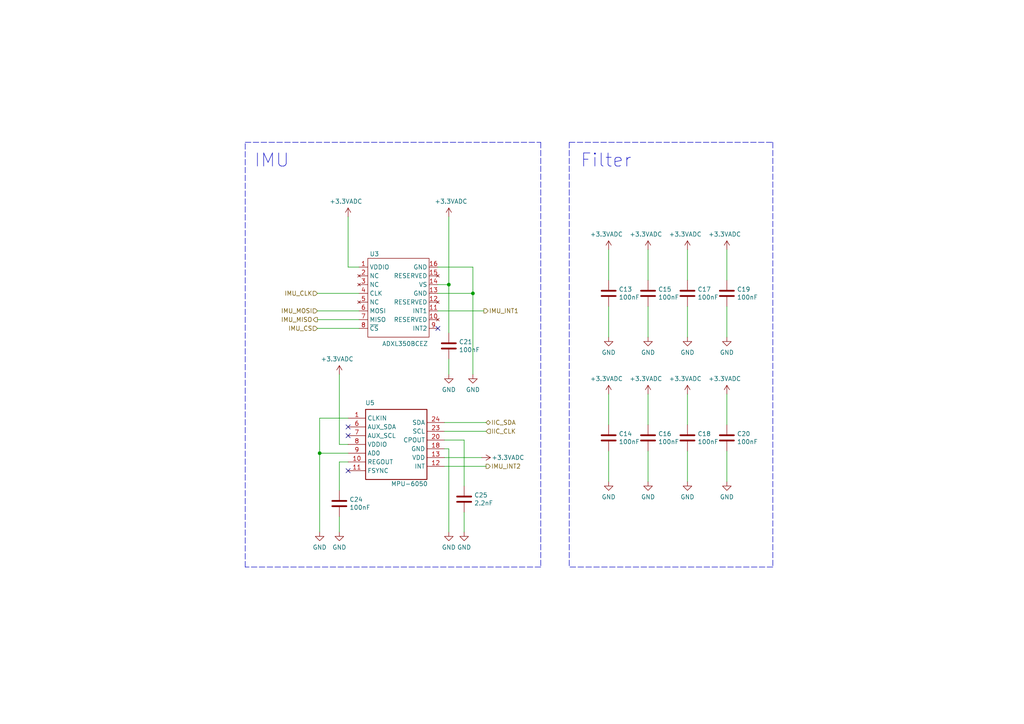
<source format=kicad_sch>
(kicad_sch (version 20211123) (generator eeschema)
  (paper "A4")
  (title_block (title "MM32 Control Board") (date "2022-04-17") (rev "1.5.3"))
  (lib_symbols
    (symbol "Device:C" (pin_numbers hide) (pin_names (offset 0.254))
      (property "Reference" "C" (at 0.635 2.54 0))
      (property "Value" "C" (at 0.635 -2.54 0))
      (symbol "C_0_1"
        (polyline (pts (xy -2.032 -0.762) (xy 2.032 -0.762)) (stroke (width 0.508)))
        (polyline (pts (xy -2.032 0.762) (xy 2.032 0.762)) (stroke (width 0.508)))
      )
      (symbol "C_1_1"
        (pin passive line (at 0 3.81 270) (length 2.794) (name "~") (number "1"))
        (pin passive line (at 0 -3.81 90) (length 2.794) (name "~") (number "2"))
      )
    )
    (symbol "MM32_Periph:ADXL350BCEZ"
      (property "Reference" "U" (at 1.27 24.13 0))
      (property "Value" "ADXL350BCEZ" (at 11.43 -1.27 0))
      (symbol "ADXL350BCEZ_0_1"
        (rectangle (start 0 22.86) (end 17.78 0))
      )
      (symbol "ADXL350BCEZ_1_1"
        (pin power_in line (at -2.54 20.32 0) (length 2.54) (name "VDDIO") (number "1"))
        (pin no_connect line (at 20.32 5.08 180) (length 2.54) (name "RESERVED") (number "10"))
        (pin output line (at 20.32 7.62 180) (length 2.54) (name "INT1") (number "11"))
        (pin no_connect line (at 20.32 10.16 180) (length 2.54) (name "RESERVED") (number "12"))
        (pin power_in line (at 20.32 12.7 180) (length 2.54) (name "GND") (number "13"))
        (pin power_in line (at 20.32 15.24 180) (length 2.54) (name "VS") (number "14"))
        (pin no_connect line (at 20.32 17.78 180) (length 2.54) (name "RESERVED") (number "15"))
        (pin power_in line (at 20.32 20.32 180) (length 2.54) (name "GND") (number "16"))
        (pin no_connect line (at -2.54 17.78 0) (length 2.54) (name "NC") (number "2"))
        (pin no_connect line (at -2.54 15.24 0) (length 2.54) (name "NC") (number "3"))
        (pin input line (at -2.54 12.7 0) (length 2.54) (name "CLK") (number "4"))
        (pin no_connect line (at -2.54 10.16 0) (length 2.54) (name "NC") (number "5"))
        (pin input line (at -2.54 7.62 0) (length 2.54) (name "MOSI") (number "6"))
        (pin output line (at -2.54 5.08 0) (length 2.54) (name "MISO") (number "7"))
        (pin input line (at -2.54 2.54 0) (length 2.54) (name "~{CS}") (number "8"))
        (pin output line (at 20.32 2.54 180) (length 2.54) (name "INT2") (number "9"))
      )
    )
    (symbol "Sensor_Motion:MPU-6050"
      (property "Reference" "U" (at 1.27 21.59 0))
      (property "Value" "MPU-6050" (at 15.24 -1.27 0))
      (symbol "MPU-6050_0_1"
        (rectangle (start 0 20.32) (end 17.78 0) (stroke (width 0.254)))
      )
      (symbol "MPU-6050_1_1"
        (pin input line (at -5.08 17.78 0) (length 5.08) (name "CLKIN") (number "1"))
        (pin passive line (at -5.08 5.08 0) (length 5.08) (name "REGOUT") (number "10"))
        (pin input line (at -5.08 2.54 0) (length 5.08) (name "FSYNC") (number "11"))
        (pin output line (at 22.86 3.81 180) (length 5.08) (name "INT") (number "12"))
        (pin power_in line (at 22.86 6.35 180) (length 5.08) (name "VDD") (number "13"))
        (pin power_in line (at 22.86 8.89 180) (length 5.08) (name "GND") (number "18"))
        (pin passive line (at 22.86 11.43 180) (length 5.08) (name "CPOUT") (number "20"))
        (pin input line (at 22.86 13.97 180) (length 5.08) (name "SCL") (number "23"))
        (pin bidirectional line (at 22.86 16.51 180) (length 5.08) (name "SDA") (number "24"))
        (pin bidirectional line (at -5.08 15.24 0) (length 5.08) (name "AUX_SDA") (number "6"))
        (pin output line (at -5.08 12.7 0) (length 5.08) (name "AUX_SCL") (number "7"))
        (pin power_in line (at -5.08 10.16 0) (length 5.08) (name "VDDIO") (number "8"))
        (pin input line (at -5.08 7.62 0) (length 5.08) (name "AD0") (number "9"))
      )
    )
    (symbol "power:+3.3VADC" (power) (pin_names (offset 0))
      (property "Value" "+3.3VADC" (at 0 2.54 0))
      (symbol "+3.3VADC_0_0"
        (pin power_in line (at 0 0 90) (length 0) hide (name "+3.3VADC") (number "1"))
      )
      (symbol "+3.3VADC_0_1"
        (polyline (pts (xy -0.762 1.27) (xy 0 2.54)))
        (polyline (pts (xy 0 0) (xy 0 2.54)))
        (polyline (pts (xy 0 2.54) (xy 0.762 1.27)))
      )
    )
    (symbol "power:GND" (power) (pin_names (offset 0))
      (property "Value" "GND" (at 0 -3.81 0))
      (symbol "GND_0_1"
        (polyline (pts (xy 0 0) (xy 0 -1.27) (xy 1.27 -1.27) (xy 0 -2.54) (xy -1.27 -1.27) (xy 0 -1.27)))
      )
      (symbol "GND_1_1"
        (pin power_in line (at 0 0 270) (length 0) hide (name "GND") (number "1"))
      )
    )
  )
  (junction (at 130.175 82.55))
  (junction (at 92.71 131.445))
  (junction (at 137.16 85.09))
  (no_connect (at 100.965 136.525))
  (no_connect (at 100.965 123.825))
  (no_connect (at 100.965 126.365))
  (no_connect (at 127 95.25))
  (wire (pts (xy 199.39 72.39) (xy 199.39 81.28)))
  (wire (pts (xy 100.965 77.47) (xy 104.14 77.47)))
  (wire (pts (xy 199.39 88.9) (xy 199.39 97.79)))
  (wire (pts (xy 176.53 88.9) (xy 176.53 97.79)))
  (wire (pts (xy 128.905 135.255) (xy 140.97 135.255)))
  (wire (pts (xy 210.82 114.3) (xy 210.82 123.19)))
  (wire (pts (xy 140.97 122.555) (xy 128.905 122.555)))
  (wire (pts (xy 134.62 148.59) (xy 134.62 154.305)))
  (wire (pts (xy 98.425 133.985) (xy 100.965 133.985)))
  (wire (pts (xy 127 90.17) (xy 140.335 90.17)))
  (wire (pts (xy 176.53 72.39) (xy 176.53 81.28)))
  (wire (pts (xy 92.075 90.17) (xy 104.14 90.17)))
  (wire (pts (xy 130.175 62.865) (xy 130.175 82.55)))
  (wire (pts (xy 98.425 142.24) (xy 98.425 133.985)))
  (wire (pts (xy 187.96 88.9) (xy 187.96 97.79)))
  (wire (pts (xy 187.96 130.81) (xy 187.96 139.7)))
  (wire (pts (xy 100.965 121.285) (xy 92.71 121.285)))
  (polyline (pts (xy 71.12 164.465) (xy 71.12 41.275)))
  (wire (pts (xy 128.905 132.715) (xy 139.7 132.715)))
  (wire (pts (xy 130.175 104.14) (xy 130.175 108.585)))
  (wire (pts (xy 130.175 130.175) (xy 130.175 154.305)))
  (polyline (pts (xy 224.155 41.275) (xy 224.155 164.465)))
  (wire (pts (xy 130.175 82.55) (xy 127 82.55)))
  (polyline (pts (xy 156.845 41.275) (xy 156.845 164.465)))
  (wire (pts (xy 187.96 114.3) (xy 187.96 123.19)))
  (wire (pts (xy 92.075 85.09) (xy 104.14 85.09)))
  (polyline (pts (xy 165.1 41.275) (xy 165.1 164.465)))
  (wire (pts (xy 140.97 125.095) (xy 128.905 125.095)))
  (polyline (pts (xy 165.1 41.275) (xy 224.155 41.275)))
  (wire (pts (xy 210.82 72.39) (xy 210.82 81.28)))
  (wire (pts (xy 98.425 128.905) (xy 100.965 128.905)))
  (polyline (pts (xy 156.845 164.465) (xy 71.12 164.465)))
  (wire (pts (xy 199.39 114.3) (xy 199.39 123.19)))
  (wire (pts (xy 137.16 85.09) (xy 137.16 108.585)))
  (wire (pts (xy 176.53 114.3) (xy 176.53 123.19)))
  (wire (pts (xy 92.71 121.285) (xy 92.71 131.445)))
  (wire (pts (xy 128.905 130.175) (xy 130.175 130.175)))
  (wire (pts (xy 92.075 95.25) (xy 104.14 95.25)))
  (polyline (pts (xy 224.155 164.465) (xy 165.1 164.465)))
  (wire (pts (xy 98.425 149.86) (xy 98.425 154.305)))
  (wire (pts (xy 100.965 62.865) (xy 100.965 77.47)))
  (wire (pts (xy 210.82 88.9) (xy 210.82 97.79)))
  (wire (pts (xy 176.53 130.81) (xy 176.53 139.7)))
  (wire (pts (xy 128.905 127.635) (xy 134.62 127.635)))
  (wire (pts (xy 127 77.47) (xy 137.16 77.47)))
  (wire (pts (xy 92.71 131.445) (xy 100.965 131.445)))
  (polyline (pts (xy 71.12 41.275) (xy 156.845 41.275)))
  (wire (pts (xy 127 85.09) (xy 137.16 85.09)))
  (wire (pts (xy 92.075 92.71) (xy 104.14 92.71)))
  (wire (pts (xy 137.16 77.47) (xy 137.16 85.09)))
  (wire (pts (xy 210.82 130.81) (xy 210.82 139.7)))
  (wire (pts (xy 134.62 127.635) (xy 134.62 140.97)))
  (wire (pts (xy 130.175 82.55) (xy 130.175 96.52)))
  (wire (pts (xy 199.39 130.81) (xy 199.39 139.7)))
  (wire (pts (xy 98.425 108.585) (xy 98.425 128.905)))
  (wire (pts (xy 187.96 72.39) (xy 187.96 81.28)))
  (wire (pts (xy 92.71 131.445) (xy 92.71 154.305)))
  (text "IMU" (at 73.66 48.895 0) (effects (font (size 3.81 3.81)) (justify left bottom)))
  (text "Filter" (at 168.275 48.895 0) (effects (font (size 3.81 3.81)) (justify left bottom)))
  (hierarchical_label "IMU_MISO" (shape output) (at 92.075 92.71 180))
  (hierarchical_label "IMU_INT2" (shape output) (at 140.97 135.255 0))
  (hierarchical_label "IIC_CLK" (shape input) (at 140.97 125.095 0))
  (hierarchical_label "IMU_CS" (shape input) (at 92.075 95.25 180))
  (hierarchical_label "IIC_SDA" (shape bidirectional) (at 140.97 122.555 0))
  (hierarchical_label "IMU_CLK" (shape input) (at 92.075 85.09 180))
  (hierarchical_label "IMU_MOSI" (shape input) (at 92.075 90.17 180))
  (hierarchical_label "IMU_INT1" (shape output) (at 140.335 90.17 0))
  (symbol (lib_id "Device:C") (at 176.53 127 0) (unit 1)
    (property "Reference" "C14" (at 179.451 125.8316 0) (effects (justify left)))
    (property "Value" "100nF" (at 179.451 128.143 0) (effects (justify left)))
    (property "Footprint" "ControlBoard:C_0603_1608Metric" (effects hide))
  )
  (symbol (lib_id "Device:C") (at 187.96 127 0) (unit 1)
    (property "Reference" "C16" (at 190.881 125.8316 0) (effects (justify left)))
    (property "Value" "100nF" (at 190.881 128.143 0) (effects (justify left)))
    (property "Footprint" "ControlBoard:C_0603_1608Metric" (effects hide))
  )
  (symbol (lib_id "Device:C") (at 199.39 127 0) (unit 1)
    (property "Reference" "C18" (at 202.311 125.8316 0) (effects (justify left)))
    (property "Value" "100nF" (at 202.311 128.143 0) (effects (justify left)))
    (property "Footprint" "ControlBoard:C_0603_1608Metric" (effects hide))
  )
  (symbol (lib_id "Device:C") (at 210.82 127 0) (unit 1)
    (property "Reference" "C20" (at 213.741 125.8316 0) (effects (justify left)))
    (property "Value" "100nF" (at 213.741 128.143 0) (effects (justify left)))
    (property "Footprint" "ControlBoard:C_0603_1608Metric" (effects hide))
  )
  (symbol (lib_id "Device:C") (at 176.53 85.09 0) (unit 1)
    (property "Reference" "C13" (at 179.451 83.9216 0) (effects (justify left)))
    (property "Value" "100nF" (at 179.451 86.233 0) (effects (justify left)))
    (property "Footprint" "ControlBoard:C_0603_1608Metric" (effects hide))
  )
  (symbol (lib_id "Device:C") (at 187.96 85.09 0) (unit 1)
    (property "Reference" "C15" (at 190.881 83.9216 0) (effects (justify left)))
    (property "Value" "100nF" (at 190.881 86.233 0) (effects (justify left)))
    (property "Footprint" "ControlBoard:C_0603_1608Metric" (effects hide))
  )
  (symbol (lib_id "Device:C") (at 199.39 85.09 0) (unit 1)
    (property "Reference" "C17" (at 202.311 83.9216 0) (effects (justify left)))
    (property "Value" "100nF" (at 202.311 86.233 0) (effects (justify left)))
    (property "Footprint" "ControlBoard:C_0603_1608Metric" (effects hide))
  )
  (symbol (lib_id "Device:C") (at 210.82 85.09 0) (unit 1)
    (property "Reference" "C19" (at 213.741 83.9216 0) (effects (justify left)))
    (property "Value" "100nF" (at 213.741 86.233 0) (effects (justify left)))
    (property "Footprint" "ControlBoard:C_0603_1608Metric" (effects hide))
  )
  (symbol (lib_id "power:+3.3VADC") (at 210.82 72.39 0) (unit 1)
    (property "Reference" "#PWR029" (effects hide))
    (property "Value" "+3.3VADC" (at 210.185 67.945 0))
  )
  (symbol (lib_id "power:+3.3VADC") (at 176.53 72.39 0) (unit 1)
    (property "Reference" "#PWR017" (effects hide))
    (property "Value" "+3.3VADC" (at 175.895 67.945 0))
  )
  (symbol (lib_id "power:+3.3VADC") (at 210.82 114.3 0) (unit 1)
    (property "Reference" "#PWR031" (effects hide))
    (property "Value" "+3.3VADC" (at 210.185 109.855 0))
  )
  (symbol (lib_id "power:GND") (at 130.175 108.585 0) (unit 1)
    (property "Reference" "#PWR0182" (effects hide))
    (property "Value" "GND" (at 130.175 113.03 0))
  )
  (symbol (lib_id "Device:C") (at 130.175 100.33 0) (unit 1)
    (property "Reference" "C21" (at 133.096 99.1616 0) (effects (justify left)))
    (property "Value" "100nF" (at 133.096 101.473 0) (effects (justify left)))
    (property "Footprint" "ControlBoard:C_0603_1608Metric" (effects hide))
  )
  (symbol (lib_id "power:GND") (at 199.39 97.79 0) (unit 1)
    (property "Reference" "#PWR0174" (effects hide))
    (property "Value" "GND" (at 199.39 102.235 0))
  )
  (symbol (lib_id "Device:C") (at 134.62 144.78 0) (unit 1)
    (property "Reference" "C25" (at 137.541 143.6116 0) (effects (justify left)))
    (property "Value" "2.2nF" (at 137.541 145.923 0) (effects (justify left)))
    (property "Footprint" "ControlBoard:C_0603_1608Metric" (effects hide))
  )
  (symbol (lib_id "power:+3.3VADC") (at 199.39 72.39 0) (unit 1)
    (property "Reference" "#PWR025" (effects hide))
    (property "Value" "+3.3VADC" (at 198.755 67.945 0))
  )
  (symbol (lib_id "Sensor_Motion:MPU-6050") (at 106.045 139.065 0) (unit 1)
    (property "Reference" "U5" (at 107.315 116.84 0))
    (property "Value" "MPU-6050" (at 118.745 140.335 0))
    (property "Footprint" "Sensor_Motion:InvenSense_QFN-24_4x4mm_P0.5mm" (effects hide))
    (property "Datasheet" "https://store.invensense.com/datasheets/invensense/MPU-6050_DataSheet_V3%204.pdf" (effects hide))
  )
  (symbol (lib_id "Device:C") (at 98.425 146.05 0) (unit 1)
    (property "Reference" "C24" (at 101.346 144.8816 0) (effects (justify left)))
    (property "Value" "100nF" (at 101.346 147.193 0) (effects (justify left)))
    (property "Footprint" "ControlBoard:C_0603_1608Metric" (effects hide))
  )
  (symbol (lib_id "power:GND") (at 137.16 108.585 0) (unit 1)
    (property "Reference" "#PWR0181" (effects hide))
    (property "Value" "GND" (at 137.16 113.03 0))
  )
  (symbol (lib_id "power:+3.3VADC") (at 187.96 114.3 0) (unit 1)
    (property "Reference" "#PWR023" (effects hide))
    (property "Value" "+3.3VADC" (at 187.325 109.855 0))
  )
  (symbol (lib_id "power:GND") (at 176.53 139.7 0) (unit 1)
    (property "Reference" "#PWR0163" (effects hide))
    (property "Value" "GND" (at 176.53 144.145 0))
  )
  (symbol (lib_id "power:GND") (at 210.82 97.79 0) (unit 1)
    (property "Reference" "#PWR0175" (effects hide))
    (property "Value" "GND" (at 210.82 102.235 0))
  )
  (symbol (lib_id "power:+3.3VADC") (at 100.965 62.865 0) (unit 1)
    (property "Reference" "#PWR0179" (effects hide))
    (property "Value" "+3.3VADC" (at 100.33 58.42 0))
  )
  (symbol (lib_id "power:GND") (at 176.53 97.79 0) (unit 1)
    (property "Reference" "#PWR0184" (effects hide))
    (property "Value" "GND" (at 176.53 102.235 0))
  )
  (symbol (lib_id "power:GND") (at 92.71 154.305 0) (unit 1)
    (property "Reference" "#PWR016" (effects hide))
    (property "Value" "GND" (at 92.71 158.75 0))
  )
  (symbol (lib_id "power:GND") (at 199.39 139.7 0) (unit 1)
    (property "Reference" "#PWR0160" (effects hide))
    (property "Value" "GND" (at 199.39 144.145 0))
  )
  (symbol (lib_id "MM32_Periph:ADXL350BCEZ") (at 106.68 97.79 0) (unit 1)
    (property "Reference" "U3" (at 108.585 73.66 0))
    (property "Value" "ADXL350BCEZ" (at 117.475 99.695 0))
    (property "Footprint" "ControlBoard:LGA-16-3.35mm_3.53mm" (effects hide))
  )
  (symbol (lib_id "power:GND") (at 210.82 139.7 0) (unit 1)
    (property "Reference" "#PWR0176" (effects hide))
    (property "Value" "GND" (at 210.82 144.145 0))
  )
  (symbol (lib_id "power:GND") (at 187.96 139.7 0) (unit 1)
    (property "Reference" "#PWR0161" (effects hide))
    (property "Value" "GND" (at 187.96 144.145 0))
  )
  (symbol (lib_id "power:+3.3VADC") (at 187.96 72.39 0) (unit 1)
    (property "Reference" "#PWR021" (effects hide))
    (property "Value" "+3.3VADC" (at 187.325 67.945 0))
  )
  (symbol (lib_id "power:+3.3VADC") (at 139.7 132.715 270) (unit 1)
    (property "Reference" "#PWR022" (effects hide))
    (property "Value" "+3.3VADC" (at 147.32 132.715 90))
  )
  (symbol (lib_id "power:+3.3VADC") (at 199.39 114.3 0) (unit 1)
    (property "Reference" "#PWR027" (effects hide))
    (property "Value" "+3.3VADC" (at 198.755 109.855 0))
  )
  (symbol (lib_id "power:GND") (at 187.96 97.79 0) (unit 1)
    (property "Reference" "#PWR0171" (effects hide))
    (property "Value" "GND" (at 187.96 102.235 0))
  )
  (symbol (lib_id "power:+3.3VADC") (at 98.425 108.585 0) (unit 1)
    (property "Reference" "#PWR018" (effects hide))
    (property "Value" "+3.3VADC" (at 97.79 104.14 0))
  )
  (symbol (lib_id "power:+3.3VADC") (at 130.175 62.865 0) (mirror y) (unit 1)
    (property "Reference" "#PWR0180" (effects hide))
    (property "Value" "+3.3VADC" (at 130.81 58.42 0))
  )
  (symbol (lib_id "power:GND") (at 134.62 154.305 0) (unit 1)
    (property "Reference" "#PWR026" (effects hide))
    (property "Value" "GND" (at 134.62 158.75 0))
  )
  (symbol (lib_id "power:+3.3VADC") (at 176.53 114.3 0) (unit 1)
    (property "Reference" "#PWR019" (effects hide))
    (property "Value" "+3.3VADC" (at 175.895 109.855 0))
  )
  (symbol (lib_id "power:GND") (at 98.425 154.305 0) (unit 1)
    (property "Reference" "#PWR020" (effects hide))
    (property "Value" "GND" (at 98.425 158.75 0))
  )
  (symbol (lib_id "power:GND") (at 130.175 154.305 0) (unit 1)
    (property "Reference" "#PWR024" (effects hide))
    (property "Value" "GND" (at 130.175 158.75 0))
  )
)
</source>
